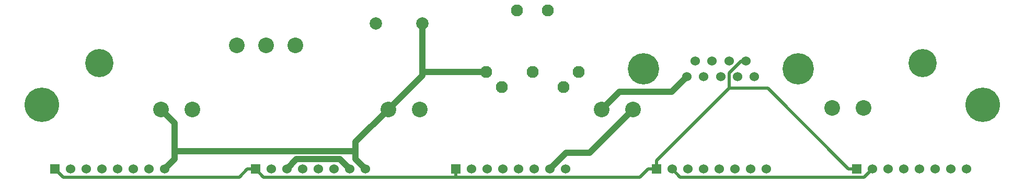
<source format=gtl>
G04 #@! TF.FileFunction,Copper,L1,Top,Signal*
%FSLAX46Y46*%
G04 Gerber Fmt 4.6, Leading zero omitted, Abs format (unit mm)*
G04 Created by KiCad (PCBNEW 4.0.7-e2-6376~58~ubuntu16.04.1) date Fri Mar  9 14:48:57 2018*
%MOMM*%
%LPD*%
G01*
G04 APERTURE LIST*
%ADD10C,0.150000*%
%ADD11R,1.524000X1.524000*%
%ADD12C,1.524000*%
%ADD13C,5.080000*%
%ADD14C,2.000000*%
%ADD15C,2.540000*%
%ADD16C,1.948180*%
%ADD17C,5.588000*%
%ADD18C,4.572000*%
%ADD19C,1.016000*%
%ADD20C,0.508000*%
G04 APERTURE END LIST*
D10*
D11*
X58064400Y-78486000D03*
D12*
X60604400Y-78486000D03*
X63144400Y-78486000D03*
X65684400Y-78486000D03*
X68224400Y-78486000D03*
X70764400Y-78486000D03*
X73304400Y-78486000D03*
X75844400Y-78486000D03*
D11*
X122987000Y-78486000D03*
D12*
X125527000Y-78486000D03*
X128067000Y-78486000D03*
X130607000Y-78486000D03*
X133147000Y-78486000D03*
X135687000Y-78486000D03*
X138227000Y-78486000D03*
X140767000Y-78486000D03*
D11*
X187909000Y-78486000D03*
D12*
X190449000Y-78486000D03*
X192989000Y-78486000D03*
X195529000Y-78486000D03*
X198069000Y-78486000D03*
X200609000Y-78486000D03*
X203149000Y-78486000D03*
X205689000Y-78486000D03*
D11*
X155448000Y-78486000D03*
D12*
X157988000Y-78486000D03*
X160528000Y-78486000D03*
X163068000Y-78486000D03*
X165608000Y-78486000D03*
X168148000Y-78486000D03*
X170688000Y-78486000D03*
X173228000Y-78486000D03*
D11*
X90525600Y-78486000D03*
D12*
X93065600Y-78486000D03*
X95605600Y-78486000D03*
X98145600Y-78486000D03*
X100685600Y-78486000D03*
X103225600Y-78486000D03*
X105765600Y-78486000D03*
X108305600Y-78486000D03*
X171348400Y-63500000D03*
X168605200Y-63500000D03*
X165862000Y-63500000D03*
X163118800Y-63500000D03*
X160375600Y-63500000D03*
X169976800Y-60960000D03*
X167233600Y-60960000D03*
X164490400Y-60960000D03*
X161747200Y-60960000D03*
D13*
X178384200Y-62230000D03*
X153339800Y-62230000D03*
D14*
X110042000Y-54864000D03*
X117542000Y-54864000D03*
D15*
X96951800Y-58420000D03*
X92202000Y-58420000D03*
X87452200Y-58420000D03*
D16*
X127883920Y-62738000D03*
X135382000Y-62738000D03*
X142880080Y-62738000D03*
X130383280Y-65237360D03*
X140380720Y-65237360D03*
X132882640Y-52738020D03*
X137881360Y-52738020D03*
D17*
X55880000Y-68072000D03*
X208280000Y-68072000D03*
D15*
X80264000Y-68834000D03*
X75184000Y-68834000D03*
X117094000Y-68834000D03*
X112014000Y-68834000D03*
X151638000Y-68834000D03*
X146558000Y-68834000D03*
X188976000Y-68580000D03*
X183896000Y-68580000D03*
D18*
X65214500Y-61264800D03*
X198564000Y-61264800D03*
D19*
X97180800Y-76910800D02*
X95605600Y-78486000D01*
X104190400Y-76910800D02*
X97180800Y-76910800D01*
X105765600Y-78486000D02*
X104190400Y-76910800D01*
X140853700Y-75859300D02*
X138227000Y-78486000D01*
X144612700Y-75859300D02*
X140853700Y-75859300D01*
X151638000Y-68834000D02*
X144612700Y-75859300D01*
D20*
X155448000Y-78486000D02*
X154126900Y-78486000D01*
X122987000Y-79807100D02*
X122987000Y-78486000D01*
X152805800Y-79807100D02*
X122987000Y-79807100D01*
X154126900Y-78486000D02*
X152805800Y-79807100D01*
X91846700Y-79807100D02*
X90525600Y-78486000D01*
X122987000Y-79807100D02*
X91846700Y-79807100D01*
X59390500Y-79812100D02*
X58064400Y-78486000D01*
X87878400Y-79812100D02*
X59390500Y-79812100D01*
X89204500Y-78486000D02*
X87878400Y-79812100D01*
X90525600Y-78486000D02*
X89204500Y-78486000D01*
X155448000Y-78486000D02*
X155448000Y-77164900D01*
X187909000Y-78486000D02*
X186587900Y-78486000D01*
X173481200Y-65379300D02*
X186587900Y-78486000D01*
X167233600Y-65379300D02*
X173481200Y-65379300D01*
X167233600Y-62915800D02*
X167233600Y-65379300D01*
X169189400Y-60960000D02*
X167233600Y-62915800D01*
X169976800Y-60960000D02*
X169189400Y-60960000D01*
X167233600Y-65379300D02*
X155448000Y-77164900D01*
X159309200Y-79807200D02*
X157988000Y-78486000D01*
X189127800Y-79807200D02*
X159309200Y-79807200D01*
X190449000Y-78486000D02*
X189127800Y-79807200D01*
D19*
X149446000Y-65946000D02*
X146558000Y-68834000D01*
X157929600Y-65946000D02*
X149446000Y-65946000D01*
X160375600Y-63500000D02*
X157929600Y-65946000D01*
X106730400Y-74117600D02*
X106730400Y-75589700D01*
X112014000Y-68834000D02*
X106730400Y-74117600D01*
X106730400Y-76910800D02*
X108305600Y-78486000D01*
X106730400Y-75589700D02*
X106730400Y-76910800D01*
X106730400Y-75589700D02*
X77419600Y-75589700D01*
X77419600Y-76910800D02*
X77419600Y-75589700D01*
X75844400Y-78486000D02*
X77419600Y-76910800D01*
X77419600Y-71069600D02*
X75184000Y-68834000D01*
X77419600Y-75589700D02*
X77419600Y-71069600D01*
X117542000Y-62738000D02*
X127883900Y-62738000D01*
X117542000Y-54864000D02*
X117542000Y-62738000D01*
X117542000Y-63306000D02*
X112014000Y-68834000D01*
X117542000Y-62738000D02*
X117542000Y-63306000D01*
M02*

</source>
